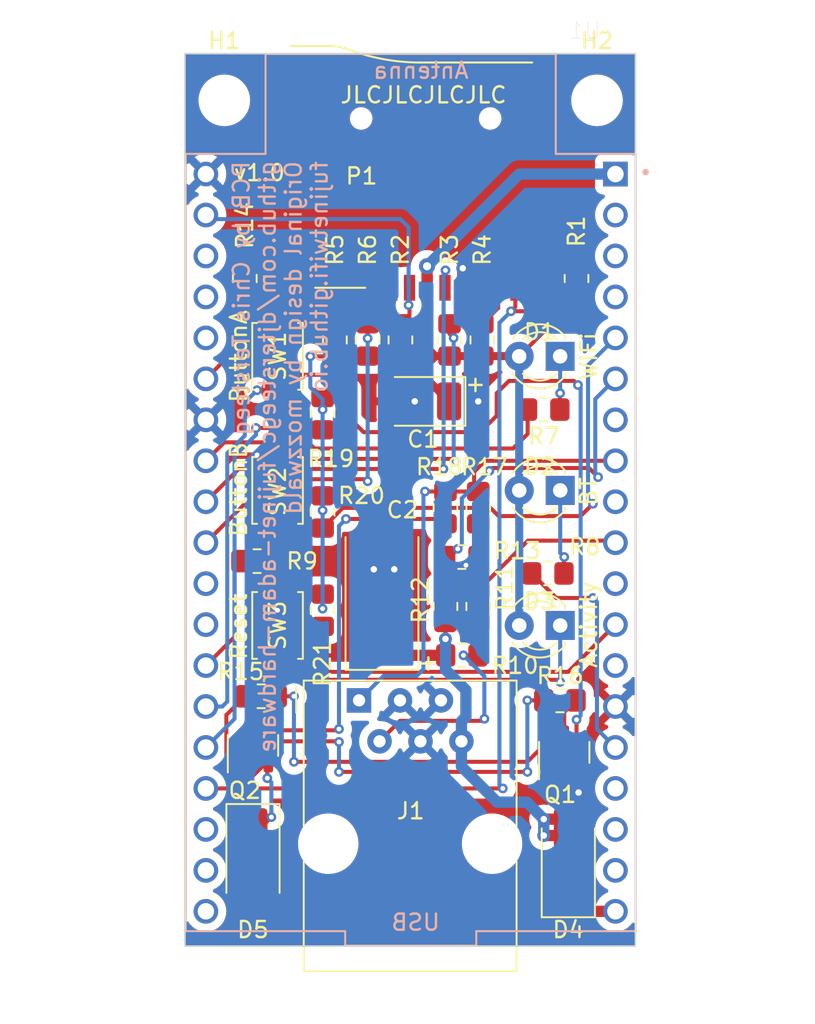
<source format=kicad_pcb>
(kicad_pcb (version 20221018) (generator pcbnew)
  (layers (0 "F.Cu" signal) (31 "B.Cu" signal) (34 "B.Paste" user) (35 "F.Paste" user) (36 "B.SilkS" user "B.Silkscreen") (37 "F.SilkS" user "F.Silkscreen") (38 "B.Mask" user) (39 "F.Mask" user) (44 "Edge.Cuts" user))
  (net 0 "")
  (net 1 "Net-(D1-K)")
  (net 2 "+3.3V")
  (net 3 "Net-(D2-K)")
  (net 4 "Net-(D3-K)")
  (net 5 "+5V")
  (net 6 "/ADAMNET_5V")
  (net 7 "Net-(D5-K)")
  (net 8 "GND")
  (net 9 "/ADAMNET_RESET")
  (net 10 "/ADAMNET_DATA")
  (net 11 "Net-(P1-DAT2)")
  (net 12 "/IO5{slash}SPI_CS")
  (net 13 "/IO23{slash}SPI_MOSI")
  (net 14 "/IO18{slash}SPI_CLK")
  (net 15 "/IO19{slash}SPI_MISO")
  (net 16 "Net-(P1-DAT1)")
  (net 17 "/IO15{slash}TDO")
  (net 18 "Net-(Q1-B)")
  (net 19 "Net-(Q1-C)")
  (net 20 "Net-(Q2-B)")
  (net 21 "Net-(Q2-C)")
  (net 22 "/IO2{slash}LED1")
  (net 23 "/IO13{slash}LED3{slash}TCK")
  (net 24 "/IO4{slash}LED2")
  (net 25 "Net-(U1-IO26)")
  (net 26 "Net-(U1-IO35)")
  (net 27 "/IO21{slash}ADAMNET_TX")
  (net 28 "/IO0")
  (net 29 "/IO34")
  (net 30 "/IO14{slash}TMS")
  (footprint "Resistor_SMD:R_0805_2012Metric_Pad1.20x1.40mm_HandSolder" (layer "F.Cu") (at 138.684 111.506 90)
    (fp_text reference "R21" (at -3.302 0 90) (layer "F.SilkS"))
    (fp_text value "10K")
    (pad "1" smd roundrect (at -1 0 90) (size 1.2 1.4) (layers "F.Cu" "F.Paste" "F.Mask") (roundrect_rratio 0.2083333333) (net 30 "/IO14{slash}TMS"))
    (pad "2" smd roundrect (at 1 0 90) (size 1.2 1.4) (layers "F.Cu" "F.Paste" "F.Mask") (roundrect_rratio 0.2083333333) (net 2 "+3.3V"))
  )
  (footprint "Package_TO_SOT_SMD:SOT-23" (layer "F.Cu") (at 134.366 119.888 90)
    (fp_text reference "Q2" (at -2.794 -0.508 180) (layer "F.SilkS"))
    (fp_text value "MMBT3906")
    (pad "1" smd roundrect (at -0.9375 -0.95 90) (size 1.475 0.6) (layers "F.Cu" "F.Paste" "F.Mask") (net 20 "Net-(Q2-B)"))
    (pad "2" smd roundrect (at -0.9375 0.95 90) (size 1.475 0.6) (layers "F.Cu" "F.Paste" "F.Mask") (net 7 "Net-(D5-K)"))
    (pad "3" smd roundrect (at 0.9375 0 90) (size 1.475 0.6) (layers "F.Cu" "F.Paste" "F.Mask") (net 21 "Net-(Q2-C)"))
  )
  (footprint "Resistor_SMD:R_0805_2012Metric_Pad1.20x1.40mm_HandSolder" (layer "F.Cu") (at 147.32 114.3)
    (fp_text reference "R10" (at 3.302 0.635 180) (layer "F.SilkS"))
    (fp_text value "2K")
    (pad "1" smd roundrect (at -1 0) (size 1.2 1.4) (layers "F.Cu" "F.Paste" "F.Mask") (roundrect_rratio 0.2083333333) (net 6 "/ADAMNET_5V"))
    (pad "2" smd roundrect (at 1 0) (size 1.2 1.4) (layers "F.Cu" "F.Paste" "F.Mask") (roundrect_rratio 0.2083333333) (net 9 "/ADAMNET_RESET"))
  )
  (footprint "Resistor_SMD:R_0805_2012Metric_Pad1.20x1.40mm_HandSolder" (layer "F.Cu") (at 154.432 90.932 -90)
    (fp_text reference "R1" (at -2.921 0 90) (layer "F.SilkS"))
    (fp_text value "10K")
    (pad "1" smd roundrect (at -1 0 270) (size 1.2 1.4) (layers "F.Cu" "F.Paste" "F.Mask") (roundrect_rratio 0.2083333333) (net 17 "/IO15{slash}TDO"))
    (pad "2" smd roundrect (at 1 0 270) (size 1.2 1.4) (layers "F.Cu" "F.Paste" "F.Mask") (roundrect_rratio 0.2083333333) (net 2 "+3.3V"))
  )
  (footprint "Button_Switch_SMD:SW_Push_SPST_NO_Alps_SKRK" (layer "F.Cu") (at 135.89 112.447 90)
    (fp_text reference "SW3" (at 0 0 90) (layer "F.SilkS"))
    (fp_text value "Safe Reset")
    (pad "1" smd roundrect (at -2.1 0 90) (size 0.8 2) (layers "F.Cu" "F.Paste" "F.Mask") (net 30 "/IO14{slash}TMS"))
    (pad "2" smd roundrect (at 2.1 0 90) (size 0.8 2) (layers "F.Cu" "F.Paste" "F.Mask") (net 8 "GND"))
  )
  (footprint "ST-TF-003A:SUNTECH_ST-TF-003A" (layer "F.Cu") (at 145.395 86.1766 180)
    (fp_text reference "P1" (at 4.298 1.5946) (layer "F.SilkS"))
    (fp_text value "ST-TF-003A")
    (pad "" np_thru_hole circle (at -3.68 5.17 180) (size 0.9 0.9) (drill 0.9) (layers "*.Cu" "*.Mask"))
    (pad "" np_thru_hole circle (at 4.32 5.17 180) (size 0.9 0.9) (drill 0.9) (layers "*.Cu" "*.Mask"))
    (pad "1" smd rect (at 3.52 -5.33 180) (size 0.7 1.6) (layers "F.Cu" "F.Paste" "F.Mask") (net 11 "Net-(P1-DAT2)"))
    (pad "2" smd rect (at 2.42 -5.33 180) (size 0.7 1.6) (layers "F.Cu" "F.Paste" "F.Mask") (net 12 "/IO5{slash}SPI_CS"))
    (pad "3" smd rect (at 1.32 -5.33 180) (size 0.7 1.6) (layers "F.Cu" "F.Paste" "F.Mask") (net 13 "/IO23{slash}SPI_MOSI"))
    (pad "4" smd rect (at 0.22 -5.33 180) (size 0.7 1.6) (layers "F.Cu" "F.Paste" "F.Mask") (net 2 "+3.3V"))
    (pad "5" smd rect (at -0.88 -5.33 180) (size 0.7 1.6) (layers "F.Cu" "F.Paste" "F.Mask") (net 14 "/IO18{slash}SPI_CLK"))
    (pad "6" smd rect (at -1.98 -5.33 180) (size 0.7 1.6) (layers "F.Cu" "F.Paste" "F.Mask") (net 8 "GND"))
    (pad "7" smd rect (at -3.08 -5.33 180) (size 0.7 1.6) (layers "F.Cu" "F.Paste" "F.Mask") (net 15 "/IO19{slash}SPI_MISO"))
    (pad "8" smd rect (at -4.18 -5.33 180) (size 0.7 1.6) (layers "F.Cu" "F.Paste" "F.Mask") (net 16 "Net-(P1-DAT1)"))
    (pad "9" smd rect (at -5.28 -5.33 180) (size 0.7 1.6) (layers "F.Cu" "F.Paste" "F.Mask") (net 17 "/IO15{slash}TDO"))
    (pad "G1" smd rect (at -6.58 -4.73 180) (size 1.4 1.6) (layers "F.Cu" "F.Paste" "F.Mask") (net 8 "GND"))
    (pad "G2" smd rect (at -6.58 4.77 180) (size 1.4 2.2) (layers "F.Cu" "F.Paste" "F.Mask") (net 8 "GND"))
    (pad "G3" smd rect (at 9.12 4.77 180) (size 1.4 2.2) (layers "F.Cu" "F.Paste" "F.Mask") (net 8 "GND"))
    (pad "G4" smd rect (at 8.22 -4.83 180) (size 1.8 1.4) (layers "F.Cu" "F.Paste" "F.Mask") (net 8 "GND"))
  )
  (footprint "Connector_RJ:RJ12_Amphenol_54601" (layer "F.Cu") (at 140.944 117.094)
    (fp_text reference "J1" (at 3.201 6.858) (layer "F.SilkS"))
    (fp_text value "RJ12")
    (pad "" np_thru_hole circle (at -1.91 8.89) (size 3.25 3.25) (drill 3.25) (layers "*.Cu" "*.Mask"))
    (pad "" np_thru_hole circle (at 8.25 8.89) (size 3.25 3.25) (drill 3.25) (layers "*.Cu" "*.Mask"))
    (pad "1" thru_hole rect (at 0 0) (size 1.52 1.52) (drill 0.76) (layers "*.Cu" "*.Mask") (net 10 "/ADAMNET_DATA"))
    (pad "2" thru_hole circle (at 1.27 2.54) (size 1.52 1.52) (drill 0.76) (layers "*.Cu" "*.Mask") (net 9 "/ADAMNET_RESET"))
    (pad "3" thru_hole circle (at 2.54 0) (size 1.52 1.52) (drill 0.76) (layers "*.Cu" "*.Mask") (net 8 "GND"))
    (pad "4" thru_hole circle (at 3.81 2.54) (size 1.52 1.52) (drill 0.76) (layers "*.Cu" "*.Mask") (net 8 "GND"))
    (pad "5" thru_hole circle (at 5.08 0) (size 1.52 1.52) (drill 0.76) (layers "*.Cu" "*.Mask") (net 8 "GND"))
    (pad "6" thru_hole circle (at 6.35 2.54) (size 1.52 1.52) (drill 0.76) (layers "*.Cu" "*.Mask") (net 6 "/ADAMNET_5V"))
  )
  (footprint "Resistor_SMD:R_0805_2012Metric_Pad1.20x1.40mm_HandSolder" (layer "F.Cu") (at 138.684 105.41 90)
    (fp_text reference "R20" (at 1.016 2.413 180) (layer "F.SilkS"))
    (fp_text value "10K")
    (pad "1" smd roundrect (at -1 0 90) (size 1.2 1.4) (layers "F.Cu" "F.Paste" "F.Mask") (roundrect_rratio 0.2083333333) (net 29 "/IO34"))
    (pad "2" smd roundrect (at 1 0 90) (size 1.2 1.4) (layers "F.Cu" "F.Paste" "F.Mask") (roundrect_rratio 0.2083333333) (net 2 "+3.3V"))
  )
  (footprint "Resistor_SMD:R_0805_2012Metric_Pad1.20x1.40mm_HandSolder" (layer "F.Cu") (at 148.59 94.742 -90)
    (fp_text reference "R4" (at -5.588 0 90) (layer "F.SilkS"))
    (fp_text value "10K")
    (pad "1" smd roundrect (at -1 0 270) (size 1.2 1.4) (layers "F.Cu" "F.Paste" "F.Mask") (roundrect_rratio 0.2083333333) (net 16 "Net-(P1-DAT1)"))
    (pad "2" smd roundrect (at 1 0 270) (size 1.2 1.4) (layers "F.Cu" "F.Paste" "F.Mask") (roundrect_rratio 0.2083333333) (net 2 "+3.3V"))
  )
  (footprint "Resistor_SMD:R_0805_2012Metric_Pad1.20x1.40mm_HandSolder" (layer "F.Cu") (at 146.304 111.268 90)
    (fp_text reference "R12" (at 0.398 -1.55 90) (layer "F.SilkS"))
    (fp_text value "1.2K")
    (pad "1" smd roundrect (at -1 0 90) (size 1.2 1.4) (layers "F.Cu" "F.Paste" "F.Mask") (roundrect_rratio 0.2083333333) (net 6 "/ADAMNET_5V"))
    (pad "2" smd roundrect (at 1 0 90) (size 1.2 1.4) (layers "F.Cu" "F.Paste" "F.Mask") (roundrect_rratio 0.2083333333) (net 26 "Net-(U1-IO35)"))
  )
  (footprint "Resistor_SMD:R_0805_2012Metric_Pad1.20x1.40mm_HandSolder" (layer "F.Cu") (at 133.858 90.932 90)
    (fp_text reference "R14" (at 3.286 0 90) (layer "F.SilkS"))
    (fp_text value "4.7K")
    (pad "1" smd roundrect (at -1 0 90) (size 1.2 1.4) (layers "F.Cu" "F.Paste" "F.Mask") (roundrect_rratio 0.2083333333) (net 18 "Net-(Q1-B)"))
    (pad "2" smd roundrect (at 1 0 90) (size 1.2 1.4) (layers "F.Cu" "F.Paste" "F.Mask") (roundrect_rratio 0.2083333333) (net 27 "/IO21{slash}ADAMNET_TX"))
  )
  (footprint "Package_TO_SOT_SMD:SOT-23" (layer "F.Cu") (at 153.67 120.3175 90)
    (fp_text reference "Q1" (at -2.6185 -0.254 180) (layer "F.SilkS"))
    (fp_text value "MMBT3904")
    (pad "1" smd roundrect (at -0.9375 -0.95 90) (size 1.475 0.6) (layers "F.Cu" "F.Paste" "F.Mask") (net 18 "Net-(Q1-B)"))
    (pad "2" smd roundrect (at -0.9375 0.95 90) (size 1.475 0.6) (layers "F.Cu" "F.Paste" "F.Mask") (net 8 "GND"))
    (pad "3" smd roundrect (at 0.9375 0 90) (size 1.475 0.6) (layers "F.Cu" "F.Paste" "F.Mask") (net 19 "Net-(Q1-C)"))
  )
  (footprint "Resistor_SMD:R_0805_2012Metric_Pad1.20x1.40mm_HandSolder" (layer "F.Cu") (at 148.336 105.14 -90)
    (fp_text reference "R17" (at -2.524 -0.381 -180) (layer "F.SilkS"))
    (fp_text value "1K")
    (pad "1" smd roundrect (at -1 0 270) (size 1.2 1.4) (layers "F.Cu" "F.Paste" "F.Mask") (roundrect_rratio 0.2083333333) (net 10 "/ADAMNET_DATA"))
    (pad "2" smd roundrect (at 1 0 270) (size 1.2 1.4) (layers "F.Cu" "F.Paste" "F.Mask") (roundrect_rratio 0.2083333333) (net 8 "GND"))
  )
  (footprint "Diode_SMD:D_SMA" (layer "F.Cu") (at 153.924 127.032 90)
    (fp_text reference "D4" (at -4.286 0 180) (layer "F.SilkS"))
    (fp_text value "B140-E3")
    (pad "1" smd roundrect (at -2 0 90) (size 2.5 1.8) (layers "F.Cu" "F.Paste" "F.Mask") (roundrect_rratio 0.1388888889) (net 5 "+5V"))
    (pad "2" smd roundrect (at 2 0 90) (size 2.5 1.8) (layers "F.Cu" "F.Paste" "F.Mask") (roundrect_rratio 0.1388888889) (net 6 "/ADAMNET_5V"))
  )
  (footprint "Button_Switch_SMD:SW_Push_SPST_NO_Alps_SKRK" (layer "F.Cu") (at 135.89 95.758 90)
    (fp_text reference "SW1" (at 0 0 90) (layer "F.SilkS"))
    (fp_text value "ButtonA" (at 0 -2.413 270) (layer "F.SilkS"))
    (pad "1" smd roundrect (at -2.1 0 90) (size 0.8 2) (layers "F.Cu" "F.Paste" "F.Mask") (net 28 "/IO0"))
    (pad "2" smd roundrect (at 2.1 0 90) (size 0.8 2) (layers "F.Cu" "F.Paste" "F.Mask") (net 8 "GND"))
  )
  (footprint "MountingHole:MountingHole_2.7mm_M2.5" (layer "F.Cu") (at 155.702 79.883)
    (fp_text reference "H2" (at 0 -3.7) (layer "F.SilkS"))
    (fp_text value "MountingHole")
    (pad "" np_thru_hole circle (at 0 0) (size 2.7 2.7) (drill 2.7) (layers "*.Cu" "*.Mask"))
  )
  (footprint "Capacitor_Tantalum_SMD:CP_EIA-7343-20_Kemet-V_Pad2.25x2.55mm_HandSolder" (layer "F.Cu") (at 142.367 110.617 90)
    (fp_text reference "C2" (at 5.334 1.27 180) (layer "F.SilkS"))
    (fp_text value "100uF 10V")
    (pad "1" smd roundrect (at -3.2 0 90) (size 2.25 2.55) (layers "F.Cu" "F.Paste" "F.Mask") (roundrect_rratio 0.1111111111) (net 6 "/ADAMNET_5V"))
    (pad "2" smd roundrect (at 3.2 0 90) (size 2.25 2.55) (layers "F.Cu" "F.Paste" "F.Mask") (roundrect_rratio 0.1111111111) (net 8 "GND"))
  )
  (footprint "Button_Switch_SMD:SW_Push_SPST_NO_Alps_SKRK" (layer "F.Cu") (at 135.89 104.072 90)
    (fp_text reference "SW2" (at -0.068 0 90) (layer "F.SilkS"))
    (fp_text value "ButtonB" (at 0.059 -2.413 270) (layer "F.SilkS"))
    (pad "1" smd roundrect (at -2.1 0 90) (size 0.8 2) (layers "F.Cu" "F.Paste" "F.Mask") (net 29 "/IO34"))
    (pad "2" smd roundrect (at 2.1 0 90) (size 0.8 2) (layers "F.Cu" "F.Paste" "F.Mask") (net 8 "GND"))
  )
  (footprint "Capacitor_Tantalum_SMD:CP_EIA-3528-15_AVX-H_Pad1.50x2.35mm_HandSolder" (layer "F.Cu") (at 144.907 98.552 180)
    (fp_text reference "C1" (at 0 -2.35) (layer "F.SilkS"))
    (fp_text value "47uF 10v")
    (pad "1" smd roundrect (at -1.625 0 180) (size 1.5 2.35) (layers "F.Cu" "F.Paste" "F.Mask") (roundrect_rratio 0.1666673333) (net 2 "+3.3V"))
    (pad "2" smd roundrect (at 1.625 0 180) (size 1.5 2.35) (layers "F.Cu" "F.Paste" "F.Mask") (roundrect_rratio 0.1666673333) (net 8 "GND"))
  )
  (footprint "LED_THT:LED_D3.0mm" (layer "F.Cu") (at 153.421 104.072 180)
    (fp_text reference "D2" (at 1.270117 1.5) (layer "F.SilkS"))
    (fp_text value "BT_BLUE")
    (pad "1" thru_hole rect (at 0 0 180) (size 1.8 1.8) (drill 0.9) (layers "*.Cu" "*.Mask") (net 3 "Net-(D2-K)"))
    (pad "2" thru_hole circle (at 2.54 0 180) (size 1.8 1.8) (drill 0.9) (layers "*.Cu" "*.Mask") (net 2 "+3.3V"))
  )
  (footprint "Resistor_SMD:R_0805_2012Metric_Pad1.20x1.40mm_HandSolder" (layer "F.Cu") (at 152.654 109.22 180)
    (fp_text reference "R8" (at -2.286 1.651) (layer "F.SilkS"))
    (fp_text value "1K")
    (pad "1" smd roundrect (at -1 0 180) (size 1.2 1.4) (layers "F.Cu" "F.Paste" "F.Mask") (roundrect_rratio 0.2083333333) (net 3 "Net-(D2-K)"))
    (pad "2" smd roundrect (at 1 0 180) (size 1.2 1.4) (layers "F.Cu" "F.Paste" "F.Mask") (roundrect_rratio 0.2083333333) (net 23 "/IO13{slash}LED3{slash}TCK"))
  )
  (footprint "Resistor_SMD:R_0805_2012Metric_Pad1.20x1.40mm_HandSolder" (layer "F.Cu") (at 138.684 99.314 90)
    (fp_text reference "R19" (at -2.794 0.508 180) (layer "F.SilkS"))
    (fp_text value "10K")
    (pad "1" smd roundrect (at -1 0 90) (size 1.2 1.4) (layers "F.Cu" "F.Paste" "F.Mask") (roundrect_rratio 0.2083333333) (net 28 "/IO0"))
    (pad "2" smd roundrect (at 1 0 90) (size 1.2 1.4) (layers "F.Cu" "F.Paste" "F.Mask") (roundrect_rratio 0.2083333333) (net 2 "+3.3V"))
  )
  (footprint "Resistor_SMD:R_0805_2012Metric_Pad1.20x1.40mm_HandSolder" (layer "F.Cu") (at 139.446 94.742 -90)
    (fp_text reference "R5" (at -5.588 0 90) (layer "F.SilkS"))
    (fp_text value "10K")
    (pad "1" smd roundrect (at -1 0 270) (size 1.2 1.4) (layers "F.Cu" "F.Paste" "F.Mask") (roundrect_rratio 0.2083333333) (net 11 "Net-(P1-DAT2)"))
    (pad "2" smd roundrect (at 1 0 270) (size 1.2 1.4) (layers "F.Cu" "F.Paste" "F.Mask") (roundrect_rratio 0.2083333333) (net 2 "+3.3V"))
  )
  (footprint "Resistor_SMD:R_0805_2012Metric_Pad1.20x1.40mm_HandSolder" (layer "F.Cu") (at 146.304 105.14 90)
    (fp_text reference "R18" (at 2.524 -0.381 180) (layer "F.SilkS"))
    (fp_text value "33R")
    (pad "1" smd roundrect (at -1 0 90) (size 1.2 1.4) (layers "F.Cu" "F.Paste" "F.Mask") (roundrect_rratio 0.2083333333) (net 21 "Net-(Q2-C)"))
    (pad "2" smd roundrect (at 1 0 90) (size 1.2 1.4) (layers "F.Cu" "F.Paste" "F.Mask") (roundrect_rratio 0.2083333333) (net 10 "/ADAMNET_DATA"))
  )
  (footprint "Resistor_SMD:R_0805_2012Metric_Pad1.20x1.40mm_HandSolder" (layer "F.Cu") (at 152.4 99.06 180)
    (fp_text reference "R7" (at 0 -1.65) (layer "F.SilkS"))
    (fp_text value "1K")
    (pad "1" smd roundrect (at -1 0 180) (size 1.2 1.4) (layers "F.Cu" "F.Paste" "F.Mask") (roundrect_rratio 0.2083333333) (net 1 "Net-(D1-K)"))
    (pad "2" smd roundrect (at 1 0 180) (size 1.2 1.4) (layers "F.Cu" "F.Paste" "F.Mask") (roundrect_rratio 0.2083333333) (net 22 "/IO2{slash}LED1"))
  )
  (footprint "Resistor_SMD:R_0805_2012Metric_Pad1.20x1.40mm_HandSolder" (layer "F.Cu") (at 134.62 108.458 180)
    (fp_text reference "R9" (at -2.794 0) (layer "F.SilkS"))
    (fp_text value "1K")
    (pad "1" smd roundrect (at -1 0 180) (size 1.2 1.4) (layers "F.Cu" "F.Paste" "F.Mask") (roundrect_rratio 0.2083333333) (net 4 "Net-(D3-K)"))
    (pad "2" smd roundrect (at 1 0 180) (size 1.2 1.4) (layers "F.Cu" "F.Paste" "F.Mask") (roundrect_rratio 0.2083333333) (net 24 "/IO4{slash}LED2"))
  )
  (footprint "Resistor_SMD:R_0805_2012Metric_Pad1.20x1.40mm_HandSolder" (layer "F.Cu") (at 141.478 94.742 -90)
    (fp_text reference "R6" (at -5.588 0 90) (layer "F.SilkS"))
    (fp_text value "10K")
    (pad "1" smd roundrect (at -1 0 270) (size 1.2 1.4) (layers "F.Cu" "F.Paste" "F.Mask") (roundrect_rratio 0.2083333333) (net 12 "/IO5{slash}SPI_CS"))
    (pad "2" smd roundrect (at 1 0 270) (size 1.2 1.4) (layers "F.Cu" "F.Paste" "F.Mask") (roundrect_rratio 0.2083333333) (net 2 "+3.3V"))
  )
  (footprint "Resistor_SMD:R_0805_2012Metric_Pad1.20x1.40mm_HandSolder" (layer "F.Cu") (at 153.4 117.094)
    (fp_text reference "R16" (at 0.016 -1.524) (layer "F.SilkS"))
    (fp_text value "4.7K")
    (pad "1" smd roundrect (at -1 0) (size 1.2 1.4) (layers "F.Cu" "F.Paste" "F.Mask") (roundrect_rratio 0.2083333333) (net 20 "Net-(Q2-B)"))
    (pad "2" smd roundrect (at 1 0) (size 1.2 1.4) (layers "F.Cu" "F.Paste" "F.Mask") (roundrect_rratio 0.2083333333) (net 19 "Net-(Q1-C)"))
  )
  (footprint "Resistor_SMD:R_0805_2012Metric_Pad1.20x1.40mm_HandSolder" (layer "F.Cu") (at 134.874 116.84 180)
    (fp_text reference "R15" (at 1.27 1.524 180) (layer "F.SilkS"))
    (fp_text value "10K")
    (pad "1" smd roundrect (at -1 0 180) (size 1.2 1.4) (layers "F.Cu" "F.Paste" "F.Mask") (roundrect_rratio 0.2083333333) (net 19 "Net-(Q1-C)"))
    (pad "2" smd roundrect (at 1 0 180) (size 1.2 1.4) (layers "F.Cu" "F.Paste" "F.Mask") (roundrect_rratio 0.2083333333) (net 7 "Net-(D5-K)"))
  )
  (footprint "Resistor_SMD:R_0805_2012Metric_Pad1.20x1.40mm_HandSolder" (layer "F.Cu") (at 148.336 111.268 90)
    (fp_text reference "R11" (at 1.159 1.651 90) (layer "F.SilkS"))
    (fp_text value "10K")
    (pad "1" smd roundrect (at -1 0 90) (size 1.2 1.4) (layers "F.Cu" "F.Paste" "F.Mask") (roundrect_rratio 0.2083333333) (net 9 "/ADAMNET_RESET"))
    (pad "2" smd roundrect (at 1 0 90) (size 1.2 1.4) (layers "F.Cu" "F.Paste" "F.Mask") (roundrect_rratio 0.2083333333) (net 25 "Net-(U1-IO26)"))
  )
  (footprint "LED_THT:LED_D3.0mm" (layer "F.Cu") (at 153.416 95.758 180)
    (fp_text reference "D1" (at 1.270117 1.5) (layer "F.SilkS"))
    (fp_text value "WIFI_WHITE")
    (pad "1" thru_hole rect (at 0 0 180) (size 1.8 1.8) (drill 0.9) (layers "*.Cu" "*.Mask") (net 1 "Net-(D1-K)"))
    (pad "2" thru_hole circle (at 2.54 0 180) (size 1.8 1.8) (drill 0.9) (layers "*.Cu" "*.Mask") (net 2 "+3.3V"))
  )
  (footprint "Diode_SMD:D_SMA" (layer "F.Cu") (at 134.366 127.032 -90)
    (fp_text reference "D5" (at 4.286 0 -180) (layer "F.SilkS"))
    (fp_text value "B140-E3")
    (pad "1" smd roundrect (at -2 0 270) (size 2.5 1.8) (layers "F.Cu" "F.Paste" "F.Mask") (roundrect_rratio 0.1388888889) (net 7 "Net-(D5-K)"))
    (pad "2" smd roundrect (at 2 0 270) (size 2.5 1.8) (layers "F.Cu" "F.Paste" "F.Mask") (roundrect_rratio 0.1388888889) (net 5 "+5V"))
  )
  (footprint "LED_THT:LED_D3.0mm" (layer "F.Cu") (at 153.421 112.447 180)
    (fp_text reference "D3" (at 1.270117 1.5) (layer "F.SilkS"))
    (fp_text value "BUS_ORANGE")
    (pad "1" thru_hole rect (at 0 0 180) (size 1.8 1.8) (drill 0.9) (layers "*.Cu" "*.Mask") (net 4 "Net-(D3-K)"))
    (pad "2" thru_hole circle (at 2.54 0 180) (size 1.8 1.8) (drill 0.9) (layers "*.Cu" "*.Mask") (net 2 "+3.3V"))
  )
  (footprint "Resistor_SMD:R_0805_2012Metric_Pad1.20x1.40mm_HandSolder" (layer "F.Cu") (at 146.558 94.742 -90)
    (fp_text reference "R3" (at -5.588 0 90) (layer "F.SilkS"))
    (fp_text value "10K")
    (pad "1" smd roundrect (at -1 0 270) (size 1.2 1.4) (layers "F.Cu" "F.Paste" "F.Mask") (roundrect_rratio 0.2083333333) (net 15 "/IO19{slash}SPI_MISO"))
    (pad "2" smd roundrect (at 1 0 270) (size 1.2 1.4) (layers "F.Cu" "F.Paste" "F.Mask") (roundrect_rratio 0.2083333333) (net 2 "+3.3V"))
  )
  (footprint "Resistor_SMD:R_0805_2012Metric_Pad1.20x1.40mm_HandSolder" (layer "F.Cu") (at 147.32 108.204 180)
    (fp_text reference "R13" (at -3.429 0.381) (layer "F.SilkS"))
    (fp_text value "2K")
    (pad "1" smd roundrect (at -1 0 180) (size 1.2 1.4) (layers "F.Cu" "F.Paste" "F.Mask") (roundrect_rratio 0.2083333333) (net 8 "GND"))
    (pad "2" smd roundrect (at 1 0 180) (size 1.2 1.4) (layers "F.Cu" "F.Paste" "F.Mask") (roundrect_rratio 0.2083333333) (net 26 "Net-(U1-IO35)"))
  )
  (footprint "Resistor_SMD:R_0805_2012Metric_Pad1.20x1.40mm_HandSolder" (layer "F.Cu") (at 143.51 94.742 -90)
    (fp_text reference "R2" (at -5.588 0 90) (layer "F.SilkS"))
    (fp_text value "10K")
    (pad "1" smd roundrect (at -1 0 270) (size 1.2 1.4) (layers "F.Cu" "F.Paste" "F.Mask") (roundrect_rratio 0.2083333333) (net 13 "/IO23{slash}SPI_MOSI"))
    (pad "2" smd roundrect (at 1 0 270) (size 1.2 1.4) (layers "F.Cu" "F.Paste" "F.Mask") (roundrect_rratio 0.2083333333) (net 2 "+3.3V"))
  )
  (footprint "MountingHole:MountingHole_2.7mm_M2.5" (layer "F.Cu") (at 132.588 79.883)
    (fp_text reference "H1" (at 0 -3.7) (layer "F.SilkS"))
    (fp_text value "MountingHole")
    (pad "" np_thru_hole circle (at 0 0) (size 2.7 2.7) (drill 2.7) (layers "*.Cu" "*.Mask"))
  )
  (footprint "ESP32-DEVKITC-32U:MODULE_ESP32-DEVKITC-32U" (layer "B.Cu") (at 144.145 107.305 180)
    (fp_text reference "U1" (at -10.795 31.75) (layer "B.SilkS") (effects (font (thickness 0.015)) (justify mirror)))
    (fp_text value "ESP32-DEVKITC-32U")
    (pad "1" thru_hole rect (at -12.7 22.85 180) (size 1.53 1.53) (drill 1.02) (layers "*.Cu" "*.Mask") (net 2 "+3.3V"))
    (pad "2" thru_hole circle (at -12.7 20.31 180) (size 1.53 1.53) (drill 1.02) (layers "*.Cu" "*.Mask"))
    (pad "3" thru_hole circle (at -12.7 17.77 180) (size 1.53 1.53) (drill 1.02) (layers "*.Cu" "*.Mask"))
    (pad "4" thru_hole circle (at -12.7 15.23 180) (size 1.53 1.53) (drill 1.02) (layers "*.Cu" "*.Mask"))
    (pad "5" thru_hole circle (at -12.7 12.69 180) (size 1.53 1.53) (drill 1.02) (layers "*.Cu" "*.Mask") (net 29 "/IO34"))
    (pad "6" thru_hole circle (at -12.7 10.15 180) (size 1.53 1.53) (drill 1.02) (layers "*.Cu" "*.Mask") (net 26 "Net-(U1-IO35)"))
    (pad "7" thru_hole circle (at -12.7 7.61 180) (size 1.53 1.53) (drill 1.02) (layers "*.Cu" "*.Mask"))
    (pad "8" thru_hole circle (at -12.7 5.07 180) (size 1.53 1.53) (drill 1.02) (layers "*.Cu" "*.Mask") (net 10 "/ADAMNET_DATA"))
    (pad "9" thru_hole circle (at -12.7 2.53 180) (size 1.53 1.53) (drill 1.02) (layers "*.Cu" "*.Mask"))
    (pad "10" thru_hole circle (at -12.7 -0.01 180) (size 1.53 1.53) (drill 1.02) (layers "*.Cu" "*.Mask") (net 25 "Net-(U1-IO26)"))
    (pad "11" thru_hole circle (at -12.7 -2.55 180) (size 1.53 1.53) (drill 1.02) (layers "*.Cu" "*.Mask"))
    (pad "12" thru_hole circle (at -12.7 -5.09 180) (size 1.53 1.53) (drill 1.02) (layers "*.Cu" "*.Mask") (net 30 "/IO14{slash}TMS"))
    (pad "13" thru_hole circle (at -12.7 -7.63 180) (size 1.53 1.53) (drill 1.02) (layers "*.Cu" "*.Mask"))
    (pad "14" thru_hole circle (at -12.7 -10.17 180) (size 1.53 1.53) (drill 1.02) (layers "*.Cu" "*.Mask") (net 8 "GND"))
    (pad "15" thru_hole circle (at -12.7 -12.71 180) (size 1.53 1.53) (drill 1.02) (layers "*.Cu" "*.Mask") (net 23 "/IO13{slash}LED3{slash}TCK"))
    (pad "16" thru_hole circle (at -12.7 -15.25 180) (size 1.53 1.53) (drill 1.02) (layers "*.Cu" "*.Mask"))
    (pad "17" thru_hole circle (at -12.7 -17.79 180) (size 1.53 1.53) (drill 1.02) (layers "*.Cu" "*.Mask"))
    (pad "18" thru_hole circle (at -12.7 -20.33 180) (size 1.53 1.53) (drill 1.02) (layers "*.Cu" "*.Mask"))
    (pad "19" thru_hole circle (at -12.7 -22.87 180) (size 1.53 1.53) (drill 1.02) (layers "*.Cu" "*.Mask") (net 5 "+5V"))
    (pad "20" thru_hole circle (at 12.7 -22.87 180) (size 1.53 1.53) (drill 1.02) (layers "*.Cu" "*.Mask"))
    (pad "21" thru_hole circle (at 12.7 -20.33 180) (size 1.53 1.53) (drill 1.02) (layers "*.Cu" "*.Mask"))
    (pad "22" thru_hole circle (at 12.7 -17.79 180) (size 1.53 1.53) (drill 1.02) (layers "*.Cu" "*.Mask"))
    (pad "23" thru_hole circle (at 12.7 -15.25 180) (size 1.53 1.53) (drill 1.02) (layers "*.Cu" "*.Mask") (net 17 "/IO15{slash}TDO"))
    (pad "24" thru_hole circle (at 12.7 -12.71 180) (size 1.53 1.53) (drill 1.02) (layers "*.Cu" "*.Mask") (net 22 "/IO2{slash}LED1"))
    (pad "25" thru_hole circle (at 12.7 -10.17 180) (size 1.53 1.53) (drill 1.02) (layers "*.Cu" "*.Mask") (net 28 "/IO0"))
    (pad "26" thru_hole circle (at 12.7 -7.63 180) (size 1.53 1.53) (drill 1.02) (layers "*.Cu" "*.Mask") (net 24 "/IO4{slash}LED2"))
    (pad "27" thru_hole circle (at 12.7 -5.09 180) (size 1.53 1.53) (drill 1.02) (layers "*.Cu" "*.Mask"))
    (pad "28" thru_hole circle (at 12.7 -2.55 180) (size 1.53 1.53) (drill 1.02) (layers "*.Cu" "*.Mask"))
    (pad "29" thru_hole circle (at 12.7 -0.01 180) (size 1.53 1.53) (drill 1.02) (layers "*.Cu" "*.Mask") (net 12 "/IO5{slash}SPI_CS"))
    (pad "30" thru_hole circle (at 12.7 2.53 180) (size 1.53 1.53) (drill 1.02) (layers "*.Cu" "*.Mask") (net 14 "/IO18{slash}SPI_CLK"))
    (pad "31" thru_hole circle (at 12.7 5.07 180) (size 1.53 1.53) (drill 1.02) (layers "*.Cu" "*.Mask") (net 15 "/IO19{slash}SPI_MISO"))
    (pad "32" thru_hole circle (at 12.7 7.61 180) (size 1.53 1.53) (drill 1.02) (layers "*.Cu" "*.Mask") (net 8 "GND"))
    (pad "33" thru_hole circle (at 12.7 10.15 180) (size 1.53 1.53) (drill 1.02) (layers "*.Cu" "*.Mask") (net 27 "/IO21{slash}ADAMNET_TX"))
    (pad "34" thru_hole circle (at 12.7 12.69 180) (size 1.53 1.53) (drill 1.02) (layers "*.Cu" "*.Mask"))
    (pad "35" thru_hole circle (at 12.7 15.23 180) (size 1.53 1.53) (drill 1.02) (layers "*.Cu" "*.Mask"))
    (pad "36" thru_hole circle (at 12.7 17.77 180) (size 1.53 1.53) (drill 1.02) (layers "*.Cu" "*.Mask"))
    (pad "37" thru_hole circle (at 12.7 20.31 180) (size 1.53 1.53) (drill 1.02) (layers "*.Cu" "*.Mask") (net 13 "/IO23{slash}SPI_MOSI"))
    (pad "38" thru_hole circle (at 12.7 22.85 180) (size 1.53 1.53) (drill 1.02) (layers "*.Cu" "*.Mask") (net 8 "GND"))
  )
  (gr_rect (start 130.144 76.9874) (end 158.084 132.334) (stroke (width 0.1)) (fill none) (layer "Edge.Cuts"))
  (gr_text "PCB by Chris Tersteeg\ngithub.com/djtersteegc/fujinet-adam-hardware\nOriginal design by mozzwald\nfujinetwifi.github.io" (at 139.065 83.566 90) (layer "B.SilkS") (effects (font (size 1 1)) (justify left bottom mirror)))
  (gr_text "USB" (at 146.05 131.445) (layer "B.SilkS") (effects (font (size 1 1)) (justify left bottom mirror)))
  (gr_text "Antenna" (at 147.828 78.613) (layer "B.SilkS") (effects (font (size 1 1)) (justify left bottom mirror)))
  (gr_text "+" (at 144.526 115.316) (layer "F.SilkS") (effects (font (size 1 1)) (justify left bottom)))
  (gr_text "JLCJLCJLCJLC" (at 139.7 80.137) (layer "F.SilkS") (effects (font (size 1 1)) (justify left bottom)))
  (gr_text "Activity" (at 155.194 112.395 90) (layer "F.SilkS") (effects (font (size 1 1))))
  (gr_text "BT" (at 155.194 104.14 90) (layer "F.SilkS") (effects (font (size 1 1))))
  (gr_text "WiFi" (at 155.194 95.758 90) (layer "F.SilkS") (effects (font (size 1 1))))
  (gr_text "Reset" (at 133.477 112.522 90) (layer "F.SilkS") (effects (font (size 1 1))))
  (gr_text "v1.0" (at 133.096 84.963) (layer "F.SilkS") (effects (font (size 1 1)) (justify left bottom)))
  (gr_text "+" (at 147.447 98.044) (layer "F.SilkS") (effects (font (size 1 1)) (justify left bottom)))
  (segment (start 153.4 99.06) (end 153.4 98.06) (width 0.25) (layer "F.Cu") (net 1))
  (segment (start 153.4 98.06) (end 153.416 98.044) (width 0.25) (layer "F.Cu") (net 1))
  (via (at 153.416 98.044) (size 0.6) (drill 0.3) (layers "F.Cu" "B.Cu") (net 1))
  (segment (start 153.416 98.044) (end 153.416 95.758) (width 0.25) (layer "B.Cu") (net 1))
  (segment (start 138.684 99.06) (end 138.684 98.314) (width 0.25) (layer "F.Cu") (net 2))
  (segment (start 138.684 111.4065) (end 138.684 110.506) (width 0.25) (layer "F.Cu") (net 2))
  (segment (start 144.667 95.758) (end 145.175 95.25) (width 0.5) (layer "F.Cu") (net 2))
  (segment (start 145.161 95.758) (end 144.653 95.758) (width 0.5) (layer "F.Cu") (net 2))
  (segment (start 145.161 91.4926) (end 145.175 91.5066) (width 0.7) (layer "F.Cu") (net 2))
  (segment (start 145.161 90.17) (end 145.161 91.4926) (width 0.7) (layer "F.Cu") (net 2))
  (segment (start 144.653 95.758) (end 144.667 95.758) (width 0.5) (layer "F.Cu") (net 2))
  (segment (start 137.922 95.758) (end 139.43 95.758) (width 0.25) (layer "F.Cu") (net 2))
  (segment (start 145.175 95.744) (end 145.161 95.758) (width 0.5) (layer "F.Cu") (net 2))
  (segment (start 145.161 96.393) (end 145.161 97.181) (width 0.5) (layer "F.Cu") (net 2))
  (segment (start 145.669 95.744) (end 148.83 95.744) (width 0.5) (layer "F.Cu") (net 2))
  (segment (start 145.669 95.744) (end 145.669 95.758) (width 0.5) (layer "F.Cu") (net 2))
  (segment (start 145.161 97.181) (end 146.532 98.552) (width 0.5) (layer "F.Cu") (net 2))
  (segment (start 138.684 104.41) (end 138.684 105.3105) (width 0.25) (layer "F.Cu") (net 2))
  (segment (start 145.175 91.5066) (end 145.175 95.25) (width 0.5) (layer "F.Cu") (net 2))
  (segment (start 148.59 95.742) (end 150.86 95.742) (width 0.5) (layer "F.Cu") (net 2))
  (segment (start 145.161 95.758) (end 145.161 96.393) (width 0.5) (layer "F.Cu") (net 2))
  (segment (start 145.175 95.25) (end 145.175 95.744) (width 0.5) (layer "F.Cu") (net 2))
  (segment (start 145.161 96.266) (end 145.161 96.393) (width 0.5) (layer "F.Cu") (net 2))
  (segment (start 145.669 95.744) (end 145.175 95.25) (width 0.5) (layer "F.Cu") (net 2))
  (segment (start 144.653 95.758) (end 145.161 96.266) (width 0.5) (layer "F.Cu") (net 2))
  (segment (start 145.175 95.744) (end 145.669 95.744) (width 0.5) (layer "F.Cu") (net 2))
  (segment (start 150.876 95.758) (end 154.432 92.202) (width 0.25) (layer "F.Cu") (net 2))
  (segment (start 144.653 95.758) (end 139.462 95.758) (width 0.5) (layer "F.Cu") (net 2))
  (segment (start 145.669 95.758) (end 145.161 96.266) (width 0.5) (layer "F.Cu") (net 2))
  (via (at 138.684 99.06) (size 0.6) (drill 0.3) (layers "F.Cu" "B.Cu") (net 2))
  (via (at 145.161 90.17) (size 1) (drill 0.5) (layers "F.Cu" "B.Cu") (net 2))
  (via (at 138.684 111.4065) (size 0.6) (drill 0.3) (layers "F.Cu" "B.Cu") (net 2))
  (via (at 138.684 105.3105) (size 0.6) (drill 0.3) (layers "F.Cu" "B.Cu") (net 2))
  (via (at 137.922 95.758) (size 0.6) (drill 0.3) (layers "F.Cu" "B.Cu") (net 2))
  (segment (start 156.845 84.455) (end 150.876 84.455) (width 0.7) (layer "B.Cu") (net 2))
  (segment (start 137.922 97.6745) (end 137.922 95.758) (width 0.25) (layer "B.Cu") (net 2))
  (segment (start 150.876 95.758) (end 150.876 106.1375) (width 0.5) (layer "B.Cu") (net 2))
  (segment (start 150.881 106.1425) (end 150.881 112.447) (width 0.5) (layer "B.Cu") (net 2))
  (segment (start 138.684 98.4365) (end 138.684 111.4065) (width 0.25) (layer "B.Cu") (net 2))
  (segment (start 138.684 98.4365) (end 137.922 97.6745) (width 0.25) (layer "B.Cu") (net 2))
  (segment (start 150.876 84.455) (end 145.161 90.17) (width 0.7) (layer "B.Cu") (net 2))
  (segment (start 150.876 106.1375) (end 150.881 106.1425) (width 0.5) (layer "B.Cu") (net 2))
  (segment (start 153.654 109.22) (end 153.654 108.22) (width 0.25) (layer "F.Cu") (net 3))
  (segment (start 153.654 108.22) (end 153.67 108.204) (width 0.25) (layer "F.Cu") (net 3))
  (via (at 153.67 108.204) (size 0.6) (drill 0.3) (layers "F.Cu" "B.Cu") (net 3))
  (segment (start 153.421 107.955) (end 153.421 104.072) (width 0.25) (layer "B.Cu") (net 3))
  (segment (start 153.67 108.204) (end 153.421 107.955) (width 0.25) (layer "B.Cu") (net 3))
  (segment (start 133.985 115.189) (end 133.985 109.855) (width 0.25) (layer "F.Cu") (net 4))
  (segment (start 134.611 115.815) (end 133.985 115.189) (width 0.25) (layer "F.Cu") (net 4))
  (segment (start 153.416 115.9495) (end 153.2815 115.815) (width 0.25) (layer "F.Cu") (net 4))
  (segment (start 133.985 109.855) (end 135.382 108.458) (width 0.25) (layer "F.Cu") (net 4))
  (segment (start 153.2815 115.815) (end 134.611 115.815) (width 0.25) (layer "F.Cu") (net 4))
  (via (at 153.416 115.9495) (size 0.6) (drill 0.3) (layers "F.Cu" "B.Cu") (net 4))
  (segment (start 153.421 115.9445) (end 153.421 112.447) (width 0.25) (layer "B.Cu") (net 4))
  (segment (start 153.416 115.9495) (end 153.421 115.9445) (width 0.25) (layer "B.Cu") (net 4))
  (segment (start 156.845 130.175) (end 155.067 130.175) (width 0.7) (layer "F.Cu") (net 5))
  (segment (start 155.067 130.175) (end 153.924 129.032) (width 0.7) (layer "F.Cu") (net 5))
  (segment (start 153.924 129.032) (end 134.366 129.032) (width 0.5) (layer "F.Cu") (net 5))
  (segment (start 146.32 114.3) (end 142.85 114.3) (width 0.7) (layer "F.Cu") (net 6))
  (segment (start 152.4 125.476) (end 153.48 125.476) (width 0.7) (layer "F.Cu") (net 6))
  (segment (start 146.304 113.284) (end 146.304 114.284) (width 0.25) (layer "F.Cu") (net 6))
  (segment (start 153.352 124.46) (end 153.924 125.032) (width 0.7) (layer "F.Cu") (net 6))
  (segment (start 152.4 124.46) (end 153.352 124.46) (width 0.7) (layer "F.Cu") (net 6))
  (segment (start 146.304 113.284) (end 146.304 112.268) (width 0.25) (layer "F.Cu") (net 6))
  (via (at 152.4 124.46) (size 0.8) (drill 0.4) (layers "F.Cu" "B.Cu") (net 6))
  (via (at 146.304 113.284) (size 0.8) (drill 0.4) (layers "F.Cu" "B.Cu") (net 6))
  (via (at 152.4 125.476) (size 0.8) (drill 0.4) (layers "F.Cu" "B.Cu") (net 6))
  (segment (start 147.574 116.459) (end 147.574 118.11) (width 0.7) (layer "B.Cu") (net 6))
  (segment (start 152.4 124.46) (end 152.4 125.476) (width 0.7) (layer "B.Cu") (net 6))
  (segment (start 147.294 121.191082) (end 149.507918 123.405) (width 0.7) (layer "B.Cu") (net 6))
  (segment (start 146.304 115.189) (end 147.574 116.459) (width 0.7) (layer "B.Cu") (net 6))
  (segment (start 147.574 118.11) (end 147.294 118.39) (width 0.7) (layer "B.Cu") (net 6))
  (segment (start 147.294 119.634) (end 147.294 121.191082) (width 0.7) (layer "B.Cu") (net 6))
  (segment (start 147.294 118.39) (end 147.294 119.634) (width 0.7) (layer "B.Cu") (net 6))
  (segment (start 149.507918 123.405) (end 151.345 123.405) (width 0.7) (layer "B.Cu") (net 6))
  (segment (start 146.304 113.284) (end 146.304 115.189) (width 0.7) (layer "B.Cu") (net 6))
  (segment (start 151.345 123.405) (end 152.4 124.46) (width 0.7) (layer "B.Cu") (net 6))
  (segment (start 134.81 125.032) (end 135.509 124.333) (width 0.25) (layer "F.Cu") (net 7))
  (segment (start 132.715 117.999) (end 133.874 116.84) (width 0.25) (layer "F.Cu") (net 7))
  (segment (start 132.715 121.663375) (end 132.715 117.999) (width 0.25) (layer "F.Cu") (net 7))
  (segment (start 134.0365 122.105) (end 133.156625 122.105) (width 0.25) (layer "F.Cu") (net 7))
  (segment (start 133.156625 122.105) (end 132.715 121.663375) (width 0.25) (layer "F.Cu") (net 7))
  (segment (start 135.316 120.8255) (end 134.0365 122.105) (width 0.25) (layer "F.Cu") (net 7))
  (segment (start 135.255 121.92) (end 135.255 120.8865) (width 0.25) (layer "F.Cu") (net 7))
  (via (at 135.509 124.333) (size 0.6) (drill 0.3) (layers "F.Cu" "B.Cu") (net 7))
  (via (at 135.255 121.92) (size 0.6) (drill 0.3) (layers "F.Cu" "B.Cu") (net 7))
  (segment (start 135.509 122.174) (end 135.509 124.333) (width 0.25) (layer "B.Cu") (net 7))
  (segment (start 135.255 121.92) (end 135.509 122.174) (width 0.25) (layer "B.Cu") (net 7))
  (segment (start 143.282 98.552) (end 144.399 98.552) (width 0.7) (layer "F.Cu") (net 8))
  (segment (start 142.367 107.417) (end 142.367 108.204) (width 0.7) (layer "F.Cu") (net 8))
  (segment (start 142.367 108.204) (end 143.129 108.966) (width 0.7) (layer "F.Cu") (net 8))
  (segment (start 135.89 101.972) (end 134.7205 101.972) (width 0.25) (layer "F.Cu") (net 8))
  (segment (start 142.367 107.417) (end 142.367 108.458) (width 0.7) (layer "F.Cu") (net 8))
  (segment (start 148.082 108.204) (end 147.574 108.712) (width 0.25) (layer "F.Cu") (net 8))
  (segment (start 141.859 108.966) (end 143.129 108.966) (width 0.7) (layer "F.Cu") (net 8))
  (segment (start 134.7205 101.972) (end 134.62 101.8715) (width 0.25) (layer "F.Cu") (net 8))
  (segment (start 142.367 108.458) (end 141.859 108.966) (width 0.7) (layer "F.Cu") (net 8))
  (segment (start 147.375 90.297) (end 147.375 91.5066) (width 0.7) (layer "F.Cu") (net 8))
  (via (at 144.399 98.552) (size 0.8) (drill 0.4) (layers "F.Cu" "B.Cu") (net 8))
  (via (at 147.574 108.712) (size 0.6) (drill 0.3) (layers "F.Cu" "B.Cu") (net 8))
  (via (at 135.89 111.506) (size 0.6) (drill 0.3) (layers "F.Cu" "B.Cu") (net 8))
  (via (at 141.859 108.966) (size 0.8) (drill 0.4) (layers "F.Cu" "B.Cu") (net 8))
  (via (at 147.375 90.297) (size 0.8) (drill 0.4) (layers "F.Cu" "B.Cu") (net 8))
  (via (at 143.129 108.966) (size 0.8) (drill 0.4) (layers "F.Cu" "B.Cu") (net 8))
  (via (at 134.62 101.8715) (size 0.6) (drill 0.3) (layers "F.Cu" "B.Cu") (net 8))
  (via (at 154.559 122.809) (size 0.8) (drill 0.4) (layers "F.Cu" "B.Cu") (net 8))
  (via (at 148.336 98.552) (size 0.8) (drill 0.4) (layers "F.Cu" "B.Cu") (net 8))
  (segment (start 143.484 118.364) (end 142.214 119.634) (width 0.25) (layer "F.Cu") (net 9))
  (segment (start 148.717 118.237) (end 148.59 118.364) (width 0.25) (layer "F.Cu") (net 9))
  (segment (start 148.59 118.364) (end 143.484 118.364) (width 0.25) (layer "F.Cu") (net 9))
  (segment (start 147.4195 114.3) (end 148.32 114.3) (width 0.25) (layer "F.Cu") (net 9))
  (segment (start 148.32 114.3) (end 148.32 112.284) (width 0.25) (layer "F.Cu") (net 9))
  (via (at 148.717 118.237) (size 0.6) (drill 0.3) (layers "F.Cu" "B.Cu") (net 9))
  (via (at 147.4195 114.3) (size 0.6) (drill 0.3) (layers "F.Cu" "B.Cu") (net 9))
  (segment (start 148.717 115.5975) (end 147.4195 114.3) (width 0.25) (layer "B.Cu") (net 9))
  (segment (start 148.717 118.237) (end 148.717 115.5975) (width 0.25) (layer "B.Cu") (net 9))
  (segment (start 156.845 102.235) (end 148.767116 102.235) (width 0.25) (layer "F.Cu") (net 10))
  (segment (start 148.767116 102.235) (end 148.082 102.920116) (width 0.25) (layer "F.Cu") (net 10))
  (segment (start 146.304 104.14) (end 145.034 104.14) (width 0.25) (layer "F.Cu") (net 10))
  (segment (start 146.304 104.14) (end 148.336 104.14) (width 0.25) (layer "F.Cu") (net 10))
  (segment (start 148.082 102.920116) (end 148.082 103.886) (width 0.25) (layer "F.Cu") (net 10))
  (via (at 145.034 104.14) (size 0.6) (drill 0.3) (layers "F.Cu" "B.Cu") (net 10))
  (segment (start 144.939 115.157) (end 144.526 115.57) (width 0.25) (layer "B.Cu") (net 10))
  (segment (start 144.526 115.57) (end 142.468 115.57) (width 0.25) (layer "B.Cu") (net 10))
  (segment (start 144.939 104.235) (end 144.939 115.157) (width 0.25) (layer "B.Cu") (net 10))
  (segment (start 145.034 104.14) (end 144.939 104.235) (width 0.25) (layer "B.Cu") (net 10))
  (segment (start 142.468 115.57) (end 140.944 117.094) (width 0.25) (layer "B.Cu") (net 10))
  (segment (start 140.863 92.817) (end 140.371 92.817) (width 0.25) (layer "F.Cu") (net 11))
  (segment (start 141.875 91.805) (end 140.863 92.817) (width 0.25) (layer "F.Cu") (net 11))
  (segment (start 140.371 92.817) (end 139.446 93.742) (width 0.25) (layer "F.Cu") (net 11))
  (segment (start 141.351 103.378) (end 135.382 103.378) (width 0.25) (layer "F.Cu") (net 12))
  (segment (start 141.478 103.505) (end 141.351 103.378) (width 0.25) (layer "F.Cu") (net 12))
  (segment (start 142.975 91.5066) (end 142.975 92.245) (width 0.25) (layer "F.Cu") (net 12))
  (segment (start 135.382 103.378) (end 131.445 107.315) (width 0.25) (layer "F.Cu") (net 12))
  (segment (start 142.975 92.245) (end 141.478 93.742) (width 0.25) (layer "F.Cu") (net 12))
  (segment (start 141.478 94.6425) (end 141.478 93.742) (width 0.25) (layer "F.Cu") (net 12))
  (via (at 141.478 94.6425) (size 0.6) (drill 0.3) (layers "F.Cu" "B.Cu") (net 12))
  (via (at 141.478 103.505) (size 0.6) (drill 0.3) (layers "F.Cu" "B.Cu") (net 12))
  (segment (start 141.478 103.505) (end 141.478 94.6425) (width 0.25) (layer "B.Cu") (net 12))
  (segment (start 144.018 92.583) (end 144.018 91.5636) (width 0.25) (layer "F.Cu") (net 13))
  (segment (start 144.075 93.177) (end 143.51 93.742) (width 0.25) (layer "F.Cu") (net 13))
  (segment (start 144.075 91.5066) (end 144.075 93.177) (width 0.25) (layer "F.Cu") (net 13))
  (via (at 144.018 92.583) (size 0.6) (drill 0.3) (layers "F.Cu" "B.Cu") (net 13))
  (segment (start 144.018 87.757) (end 144.018 92.583) (width 0.25) (layer "B.Cu") (net 13))
  (segment (start 143.51 87.249) (end 144.018 87.757) (width 0.25) (layer "B.Cu") (net 13))
  (segment (start 131.699 87.249) (end 143.51 87.249) (width 0.25) (layer "B.Cu") (net 13))
  (segment (start 131.445 86.995) (end 131.699 87.249) (width 0.25) (layer "B.Cu") (net 13))
  (segment (start 146.304 90.424) (end 146.304 91.4776) (width 0.25) (layer "F.Cu") (net 14))
  (segment (start 146.177 102.743) (end 133.477 102.743) (width 0.25) (layer "F.Cu") (net 14))
  (segment (start 133.477 102.743) (end 131.445 104.775) (width 0.25) (layer "F.Cu") (net 14))
  (via (at 146.304 90.424) (size 0.6) (drill 0.3) (layers "F.Cu" "B.Cu") (net 14))
  (via (at 146.177 102.743) (size 0.6) (drill 0.3) (layers "F.Cu" "B.Cu") (net 14))
  (segment (start 146.187 102.366884) (end 146.187 90.541) (width 0.25) (layer "B.Cu") (net 14))
  (segment (start 146.177 102.376884) (end 146.187 102.366884) (width 0.25) (layer "B.Cu") (net 14))
  (segment (start 146.177 102.743) (end 146.177 102.376884) (width 0.25) (layer "B.Cu") (net 14))
  (segment (start 146.187 90.541) (end 146.304 90.424) (width 0.25) (layer "B.Cu") (net 14))
  (segment (start 136.9695 101.092) (end 132.588 101.092) (width 0.25) (layer "F.Cu") (net 15))
  (segment (start 146.7745 102.118) (end 137.9955 102.118) (width 0.25) (layer "F.Cu") (net 15))
  (segment (start 146.8115 94.615) (end 146.558 94.3615) (width 0.25) (layer "F.Cu") (net 15))
  (segment (start 132.588 101.092) (end 131.445 102.235) (width 0.25) (layer "F.Cu") (net 15))
  (segment (start 146.558 94.3615) (end 146.558 93.742) (width 0.25) (layer "F.Cu") (net 15))
  (segment (start 137.9955 102.118) (end 136.9695 101.092) (width 0.25) (layer "F.Cu") (net 15))
  (segment (start 146.944827 93.742) (end 148.475 92.211827) (width 0.25) (layer "F.Cu") (net 15))
  (segment (start 148.475 92.211827) (end 148.475 91.5066) (width 0.25) (layer "F.Cu") (net 15))
  (segment (start 146.939 102.2825) (end 146.7745 102.118) (width 0.25) (layer "F.Cu") (net 15))
  (via (at 146.8115 94.615) (size 0.6) (drill 0.3) (layers "F.Cu" "B.Cu") (net 15))
  (via (at 146.939 102.2825) (size 0.6) (drill 0.3) (layers "F.Cu" "B.Cu") (net 15))
  (segment (start 146.812 94.6155) (end 146.8115 94.615) (width 0.25) (layer "B.Cu") (net 15))
  (segment (start 146.939 102.2825) (end 146.812 102.1555) (width 0.25) (layer "B.Cu") (net 15))
  (segment (start 146.812 102.1555) (end 146.812 94.6155) (width 0.25) (layer "B.Cu") (net 15))
  (segment (start 148.59 93.742) (end 149.575 92.757) (width 0.25) (layer "F.Cu") (net 16))
  (segment (start 149.575 92.757) (end 149.575 91.5066) (width 0.25) (layer "F.Cu") (net 16))
  (segment (start 154.432 89.932) (end 153.178 91.186) (width 0.25) (layer "F.Cu") (net 17))
  (segment (start 150.368 92.964) (end 150.638 92.694) (width 0.25) (layer "F.Cu") (net 17))
  (segment (start 131.445 122.555) (end 149.86 122.555) (width 0.25) (layer "F.Cu") (net 17))
  (segment (start 152.0676 92.964) (end 150.368 92.964) (width 0.25) (layer "F.Cu") (net 17))
  (segment (start 153.178 91.186) (end 153.162 91.186) (width 0.25) (layer "F.Cu") (net 17))
  (segment (start 153.162 91.8696) (end 152.0676 92.964) (width 0.25) (layer "F.Cu") (net 17))
  (segment (start 153.162 91.186) (end 153.162 91.8696) (width 0.25) (layer "F.Cu") (net 17))
  (segment (start 150.638 92.694) (end 150.638 91.5436) (width 0.25) (layer "F.Cu") (net 17))
  (via (at 150.368 92.964) (size 0.6) (drill 0.3) (layers "F.Cu" "B.Cu") (net 17))
  (via (at 149.86 122.555) (size 0.6) (drill 0.3) (layers "F.Cu" "B.Cu") (net 17))
  (segment (start 149.651 93.681) (end 149.651 122.346) (width 0.25) (layer "B.Cu") (net 17))
  (segment (start 150.368 92.964) (end 149.651 93.681) (width 0.25) (layer "B.Cu") (net 17))
  (segment (start 149.651 122.346) (end 149.86 122.555) (width 0.25) (layer "B.Cu") (net 17))
  (segment (start 149.479 99.441) (end 148.463 100.457) (width 0.25) (layer "F.Cu") (net 18))
  (segment (start 154.520993 97.536) (end 154.266993 97.282) (width 0.25) (layer "F.Cu") (net 18))
  (segment (start 139.573 96.901) (end 136.144 96.901) (width 0.25) (layer "F.Cu") (net 18))
  (segment (start 148.463 100.457) (end 141.224 100.457) (width 0.25) (layer "F.Cu") (net 18))
  (segment (start 140.462 97.79) (end 139.573 96.901) (width 0.25) (layer "F.Cu") (net 18))
  (segment (start 140.462 99.695) (end 140.462 97.79) (width 0.25) (layer "F.Cu") (net 18))
  (segment (start 153.204251 121.255) (end 152.72 121.255) (width 0.25) (layer "F.Cu") (net 18))
  (segment (start 149.479 98.044) (end 149.479 99.441) (width 0.25) (layer "F.Cu") (net 18))
  (segment (start 154.432 120.027251) (end 153.204251 121.255) (width 0.25) (layer "F.Cu") (net 18))
  (segment (start 154.432 118.2935) (end 154.432 120.027251) (width 0.25) (layer "F.Cu") (net 18))
  (segment (start 154.266993 97.282) (end 150.241 97.282) (width 0.25) (layer "F.Cu") (net 18))
  (segment (start 150.241 97.282) (end 149.479 98.044) (width 0.25) (layer "F.Cu") (net 18))
  (segment (start 133.858 94.615) (end 133.858 91.932) (width 0.25) (layer "F.Cu") (net 18))
  (segment (start 136.144 96.901) (end 133.858 94.615) (width 0.25) (layer "F.Cu") (net 18))
  (segment (start 141.224 100.457) (end 140.462 99.695) (width 0.25) (layer "F.Cu") (net 18))
  (via (at 154.432 118.2935) (size 0.6) (drill 0.3) (layers "F.Cu" "B.Cu") (net 18))
  (via (at 154.520993 97.536) (size 0.6) (drill 0.3) (layers "F.Cu" "B.Cu") (net 18))
  (segment (start 154.520993 97.536) (end 154.686 97.701007) (width 0.25) (layer "B.Cu") (net 18))
  (segment (start 154.686 118.0395) (end 154.432 118.2935) (width 0.25) (layer "B.Cu") (net 18))
  (segment (start 154.686 97.701007) (end 154.686 118.0395) (width 0.25) (layer "B.Cu") (net 18))
  (segment (start 153.67 119.38) (end 152.908 119.38) (width 0.25) (layer "F.Cu") (net 19))
  (segment (start 136.906 116.84) (end 135.874 116.84) (width 0.25) (layer "F.Cu") (net 19))
  (segment (start 151.384 120.904) (end 136.906 120.904) (width 0.25) (layer "F.Cu") (net 19))
  (segment (start 153.67 117.824) (end 154.4 117.094) (width 0.25) (layer "F.Cu") (net 19))
  (segment (start 152.908 119.38) (end 151.384 120.904) (width 0.25) (layer "F.Cu") (net 19))
  (segment (start 153.67 119.38) (end 153.67 117.824) (width 0.25) (layer "F.Cu") (net 19))
  (via (at 136.906 116.84) (size 0.6) (drill 0.3) (layers "F.Cu" "B.Cu") (net 19))
  (via (at 136.906 120.904) (size 0.6) (drill 0.3) (layers "F.Cu" "B.Cu") (net 19))
  (segment (start 136.906 120.904) (end 136.906 116.84) (width 0.25) (layer "B.Cu") (net 19))
  (segment (start 151.384 117.094) (end 152.4 117.094) (width 0.25) (layer "F.Cu") (net 20))
  (segment (start 133.416 120.8255) (end 133.906749 120.8255) (width 0.25) (layer "F.Cu") (net 20))
  (segment (start 139.7 121.5285) (end 151.384 121.5285) (width 0.25) (layer "F.Cu") (net 20))
  (segment (start 139.662497 119.634) (end 139.7 119.671503) (width 0.25) (layer "F.Cu") (net 20))
  (segment (start 133.906749 120.8255) (end 135.098249 119.634) (width 0.25) (layer "F.Cu") (net 20))
  (segment (start 135.098249 119.634) (end 139.662497 119.634) (width 0.25) (layer "F.Cu") (net 20))
  (via (at 151.384 117.094) (size 0.6) (drill 0.3) (layers "F.Cu" "B.Cu") (net 20))
  (via (at 151.384 121.5285) (size 0.6) (drill 0.3) (layers "F.Cu" "B.Cu") (net 20))
  (via (at 139.7 121.5285) (size 0.6) (drill 0.3) (layers "F.Cu" "B.Cu") (net 20))
  (via (at 139.7 119.671503) (size 0.6) (drill 0.3) (layers "F.Cu" "B.Cu") (net 20))
  (segment (start 139.7 119.671503) (end 139.7 121.5285) (width 0.25) (layer "B.Cu") (net 20))
  (segment (start 151.384 121.5285) (end 151.384 117.094) (width 0.25) (layer "B.Cu") (net 20))
  (segment (start 134.366 118.9505) (end 139.6215 118.9505) (width 0.25) (layer "F.Cu") (net 21))
  (segment (start 140.133589 105.843589) (end 146.007589 105.843589) (width 0.25) (layer "F.Cu") (net 21))
  (segment (start 139.6215 118.9505) (end 139.7 118.872) (width 0.25) (layer "F.Cu") (net 21))
  (via (at 140.133589 105.843589) (size 0.6) (drill 0.3) (layers "F.Cu" "B.Cu") (net 21))
  (via (at 139.7 118.872) (size 0.6) (drill 0.3) (layers "F.Cu" "B.Cu") (net 21))
  (segment (start 139.7 106.277178) (end 140.133589 105.843589) (width 0.25) (layer "B.Cu") (net 21))
  (segment (start 139.7 118.872) (end 139.7 106.277178) (width 0.25) (layer "B.Cu") (net 21))
  (segment (start 151.4 100.568) (end 151.4 99.314) (width 0.25) (layer "F.Cu") (net 22))
  (segment (start 138.176 101.473) (end 150.495 101.473) (width 0.25) (layer "F.Cu") (net 22))
  (segment (start 134.55125 100.203) (end 136.906 100.203) (width 0.25) (layer "F.Cu") (net 22))
  (segment (start 150.495 101.473) (end 151.4 100.568) (width 0.25) (layer "F.Cu") (net 22))
  (segment (start 136.906 100.203) (end 138.176 101.473) (width 0.25) (layer "F.Cu") (net 22))
  (via (at 134.55125 100.203) (size 0.6) (drill 0.3) (layers "F.Cu" "B.Cu") (net 22))
  (segment (start 134.55125 100.6225) (end 133.223 101.95075) (width 0.25) (layer "B.Cu") (net 22))
  (segment (start 133.223 101.95075) (end 133.223 118.237) (width 0.25) (layer "B.Cu") (net 22))
  (segment (start 133.223 118.237) (end 131.445 120.015) (width 0.25) (layer "B.Cu") (net 22))
  (segment (start 134.55125 100.203) (end 134.55125 100.6225) (width 0.25) (layer "B.Cu") (net 22))
  (segment (start 155.448 110.744) (end 153.178 110.744) (width 0.25) (layer "F.Cu") (net 23))
  (segment (start 153.178 110.744) (end 151.654 109.22) (width 0.25) (layer "F.Cu") (net 23))
  (via (at 155.448 110.744) (size 0.6) (drill 0.3) (layers "F.Cu" "B.Cu") (net 23))
  (segment (start 155.702 118.872) (end 156.845 120.015) (width 0.25) (layer "B.Cu") (net 23))
  (segment (start 155.448 110.744) (end 155.702 110.998) (width 0.25) (layer "B.Cu") (net 23))
  (segment (start 155.702 110.998) (end 155.702 118.872) (width 0.25) (layer "B.Cu") (net 23))
  (segment (start 133.223 113.157) (end 133.223 108.855) (width 0.25) (layer "F.Cu") (net 24))
  (segment (start 131.445 114.935) (end 133.223 113.157) (width 0.25) (layer "F.Cu") (net 24))
  (segment (start 151.416 107.188) (end 156.718 107.188) (width 0.25) (layer "F.Cu") (net 25))
  (segment (start 148.336 110.268) (end 151.416 107.188) (width 0.25) (layer "F.Cu") (net 25))
  (segment (start 146.32 108.204) (end 146.32 110.252) (width 0.25) (layer "F.Cu") (net 26))
  (segment (start 147.066 107.696) (end 146.558 108.204) (width 0.25) (layer "F.Cu") (net 26))
  (segment (start 149.201 102.685) (end 155.203993 102.685) (width 0.25) (layer "F.Cu") (net 26))
  (segment (start 149.0265 102.8595) (end 149.201 102.685) (width 0.25) (layer "F.Cu") (net 26))
  (segment (start 155.203993 102.685) (end 155.769993 103.251) (width 0.25) (layer "F.Cu") (net 26))
  (via (at 155.769993 103.251) (size 0.6) (drill 0.3) (layers "F.Cu" "B.Cu") (net 26))
  (via (at 149.0265 102.8595) (size 0.6) (drill 0.3) (layers "F.Cu" "B.Cu") (net 26))
  (via (at 147.066 107.696) (size 0.6) (drill 0.3) (layers "F.Cu" "B.Cu") (net 26))
  (segment (start 155.595493 103.0765) (end 155.595493 98.404507) (width 0.25) (layer "B.Cu") (net 26))
  (segment (start 155.595493 98.404507) (end 156.845 97.155) (width 0.25) (layer "B.Cu") (net 26))
  (segment (start 155.769993 103.251) (end 155.595493 103.0765) (width 0.25) (layer "B.Cu") (net 26))
  (segment (start 147.066 107.696) (end 147.32 107.442) (width 0.25) (layer "B.Cu") (net 26))
  (segment (start 147.32 104.566) (end 149.0265 102.8595) (width 0.25) (layer "B.Cu") (net 26))
  (segment (start 147.32 107.442) (end 147.32 104.566) (width 0.25) (layer "B.Cu") (net 26))
  (segment (start 132.833 90.957) (end 133.858 89.932) (width 0.25) (layer "F.Cu") (net 27))
  (segment (start 131.445 97.155) (end 132.833 95.767) (width 0.25) (layer "F.Cu") (net 27))
  (segment (start 132.833 95.767) (end 132.833 90.957) (width 0.25) (layer "F.Cu") (net 27))
  (segment (start 137.922 99.89) (end 138.6 99.89) (width 0.25) (layer "F.Cu") (net 28))
  (segment (start 134.62 97.858) (end 135.89 97.858) (width 0.25) (layer "F.Cu") (net 28))
  (segment (start 135.89 97.858) (end 137.922 99.89) (width 0.25) (layer "F.Cu") (net 28))
  (via (at 134.62 97.858) (size 0.6) (drill 0.3) (layers "F.Cu" "B.Cu") (net 28))
  (segment (start 133.858 100.679354) (end 132.773 101.764354) (width 0.25) (layer "B.Cu") (net 28))
  (segment (start 132.461 117.475) (end 131.445 117.475) (width 0.25) (layer "B.Cu") (net 28))
  (segment (start 132.773 117.163) (end 132.461 117.475) (width 0.25) (layer "B.Cu") (net 28))
  (segment (start 132.773 101.764354) (end 132.773 117.163) (width 0.25) (layer "B.Cu") (net 28))
  (segment (start 133.858 98.62) (end 133.858 100.679354) (width 0.25) (layer "B.Cu") (net 28))
  (segment (start 134.62 97.858) (end 133.858 98.62) (width 0.25) (layer "B.Cu") (net 28))
  (segment (start 135.89 106.172) (end 138.684 106.172) (width 0.25) (layer "F.Cu") (net 29))
  (segment (start 154.686 105.664) (end 149.598 105.664) (width 0.25) (layer "F.Cu") (net 29))
  (segment (start 149.09 105.156) (end 139.938 105.156) (width 0.25) (layer "F.Cu") (net 29))
  (segment (start 139.938 105.156) (end 138.684 106.41) (width 0.25) (layer "F.Cu") (net 29))
  (segment (start 155.448 104.902) (end 154.686 105.664) (width 0.25) (layer "F.Cu") (net 29))
  (segment (start 149.598 105.664) (end 149.09 105.156) (width 0.25) (layer "F.Cu") (net 29))
  (via (at 155.448 104.902) (size 0.6) (drill 0.3) (layers "F.Cu" "B.Cu") (net 29))
  (segment (start 155.448 104.902) (end 155.145493 104.599493) (width 0.25) (layer "B.Cu") (net 29))
  (segment (start 155.145493 96.314507) (end 156.845 94.615) (width 0.25) (layer "B.Cu") (net 29))
  (segment (start 155.145493 104.599493) (end 155.145493 96.314507) (width 0.25) (layer "B.Cu") (net 29))
  (segment (start 135.89 114.547) (end 136.668 115.325) (width 0.25) (layer "F.Cu") (net 30))
  (segment (start 136.668 115.325) (end 153.915 115.325) (width 0.25) (layer "F.Cu") (net 30))
  (segment (start 135.89 114.547) (end 137.931 112.506) (width 0.25) (layer "F.Cu") (net 30))
  (segment (start 137.931 112.506) (end 138.684 112.506) (width 0.25) (layer "F.Cu") (net 30))
  (segment (start 153.915 115.325) (end 156.845 112.395) (width 0.25) (layer "F.Cu") (net 30))
  (zone (net 8) (net_name "GND") (layers "F&B.Cu") (connect_pads (clearance 0.5)) (min_thickness 0.25) (fill yes (thermal_gap 0.5) (thermal_bridge_width 0.5))
    (polygon (pts (xy 124.46 73.66) (xy 162.56 73.66) (xy 162.56 137.16) (xy 124.46 137.16)))
  )
)
</source>
